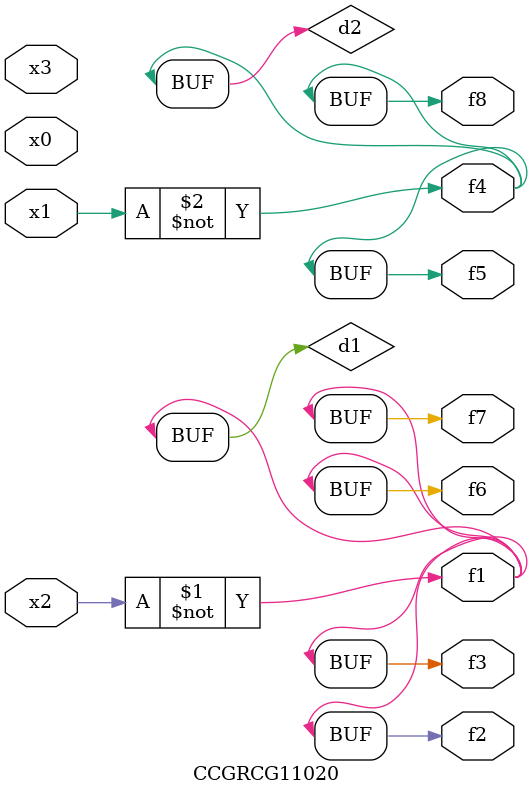
<source format=v>
module CCGRCG11020(
	input x0, x1, x2, x3,
	output f1, f2, f3, f4, f5, f6, f7, f8
);

	wire d1, d2;

	xnor (d1, x2);
	not (d2, x1);
	assign f1 = d1;
	assign f2 = d1;
	assign f3 = d1;
	assign f4 = d2;
	assign f5 = d2;
	assign f6 = d1;
	assign f7 = d1;
	assign f8 = d2;
endmodule

</source>
